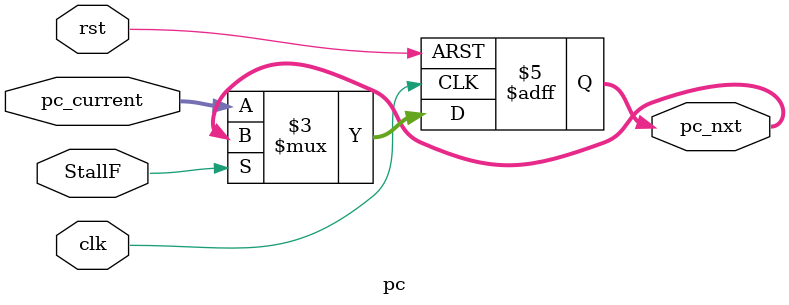
<source format=v>


module pc(pc_current,pc_nxt,clk,rst,StallF);

input clk,rst,StallF;
input[31:0] pc_current;
output reg[31:0] pc_nxt;

always @(posedge clk or posedge rst) begin
	if (rst) pc_nxt<=0;
	else if(StallF==0) pc_nxt<=pc_current;	
end

endmodule
</source>
